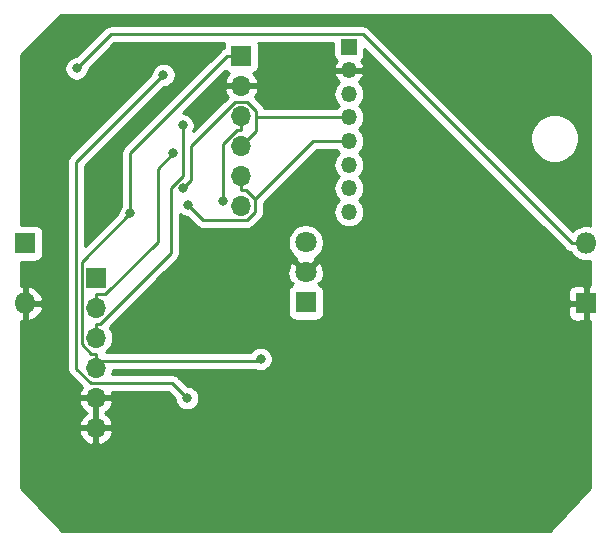
<source format=gbr>
G04 #@! TF.GenerationSoftware,KiCad,Pcbnew,(5.1.4)-1*
G04 #@! TF.CreationDate,2019-09-20T08:24:21+02:00*
G04 #@! TF.ProjectId,hb-rc-2-pbu-led,68622d72-632d-4322-9d70-62752d6c6564,rev?*
G04 #@! TF.SameCoordinates,Original*
G04 #@! TF.FileFunction,Copper,L2,Bot*
G04 #@! TF.FilePolarity,Positive*
%FSLAX46Y46*%
G04 Gerber Fmt 4.6, Leading zero omitted, Abs format (unit mm)*
G04 Created by KiCad (PCBNEW (5.1.4)-1) date 2019-09-20 08:24:21*
%MOMM*%
%LPD*%
G04 APERTURE LIST*
%ADD10O,1.800000X1.800000*%
%ADD11R,1.800000X1.800000*%
%ADD12O,1.700000X1.700000*%
%ADD13R,1.700000X1.700000*%
%ADD14O,1.350000X1.350000*%
%ADD15R,1.350000X1.350000*%
%ADD16C,1.800000*%
%ADD17C,0.800000*%
%ADD18C,0.250000*%
%ADD19C,0.254000*%
G04 APERTURE END LIST*
D10*
X125984000Y-73025000D03*
D11*
X125984000Y-78105000D03*
D10*
X78486000Y-78105000D03*
D11*
X78486000Y-73025000D03*
D12*
X96774000Y-69850000D03*
X96774000Y-67310000D03*
X96774000Y-64770000D03*
X96774000Y-62230000D03*
X96774000Y-59690000D03*
D13*
X96774000Y-57150000D03*
D12*
X84455000Y-88646000D03*
X84455000Y-86106000D03*
X84455000Y-83566000D03*
X84455000Y-81026000D03*
X84455000Y-78486000D03*
D13*
X84455000Y-75946000D03*
D14*
X105893000Y-70362600D03*
X105893000Y-68362600D03*
X105893000Y-66362600D03*
X105893000Y-64362600D03*
X105893000Y-62362600D03*
X105893000Y-60362600D03*
X105893000Y-58362600D03*
D15*
X105893000Y-56362600D03*
D16*
X102235000Y-72948800D03*
X102235000Y-75488800D03*
D11*
X102235000Y-78028800D03*
D17*
X84912200Y-66573400D03*
X89027000Y-62255400D03*
X92100400Y-58597800D03*
X86893400Y-58242200D03*
X108280200Y-54102000D03*
X110972600Y-66827400D03*
X119862600Y-57937400D03*
X105740200Y-83413600D03*
X93853000Y-76200000D03*
X98409700Y-82815900D03*
X87399100Y-70481500D03*
X92235200Y-69753600D03*
X91854100Y-68301400D03*
X95205000Y-69426300D03*
X90191100Y-58752900D03*
X92203800Y-86140200D03*
X91811200Y-63031700D03*
X90993400Y-65409500D03*
X82840300Y-58210800D03*
D18*
X84455000Y-82978300D02*
X98247300Y-82978300D01*
X98247300Y-82978300D02*
X98409700Y-82815900D01*
X84455000Y-82978300D02*
X84455000Y-82390700D01*
X84455000Y-83566000D02*
X84455000Y-82978300D01*
X96774000Y-57150000D02*
X95598700Y-57150000D01*
X95598700Y-57150000D02*
X87399100Y-65349600D01*
X87399100Y-65349600D02*
X87399100Y-70481500D01*
X87399100Y-70481500D02*
X83279700Y-74600900D01*
X83279700Y-74600900D02*
X83279700Y-81582800D01*
X83279700Y-81582800D02*
X84087600Y-82390700D01*
X84087600Y-82390700D02*
X84455000Y-82390700D01*
X97949300Y-69293200D02*
X97949300Y-70370900D01*
X97949300Y-70370900D02*
X97278200Y-71042000D01*
X97278200Y-71042000D02*
X93523600Y-71042000D01*
X93523600Y-71042000D02*
X92235200Y-69753600D01*
X96774000Y-68485300D02*
X97141400Y-68485300D01*
X97141400Y-68485300D02*
X97949300Y-69293200D01*
X105893000Y-64362600D02*
X102879900Y-64362600D01*
X102879900Y-64362600D02*
X97949300Y-69293200D01*
X96774000Y-67310000D02*
X96774000Y-68485300D01*
X98015500Y-62362600D02*
X98015500Y-63528500D01*
X98015500Y-63528500D02*
X96774000Y-64770000D01*
X104892700Y-62362600D02*
X98015500Y-62362600D01*
X98015500Y-62362600D02*
X98015500Y-61788100D01*
X98015500Y-61788100D02*
X97277100Y-61049700D01*
X97277100Y-61049700D02*
X96273900Y-61049700D01*
X96273900Y-61049700D02*
X92510000Y-64813600D01*
X92510000Y-64813600D02*
X92510000Y-67645500D01*
X92510000Y-67645500D02*
X91854100Y-68301400D01*
X105893000Y-62362600D02*
X104892700Y-62362600D01*
X96774000Y-62230000D02*
X96774000Y-63405300D01*
X96774000Y-63405300D02*
X96406700Y-63405300D01*
X96406700Y-63405300D02*
X95205000Y-64607000D01*
X95205000Y-64607000D02*
X95205000Y-69426300D01*
X92203800Y-86140200D02*
X90899600Y-84836000D01*
X90899600Y-84836000D02*
X84015600Y-84836000D01*
X84015600Y-84836000D02*
X82816900Y-83637300D01*
X82816900Y-83637300D02*
X82816900Y-66127100D01*
X82816900Y-66127100D02*
X90191100Y-58752900D01*
X91811200Y-63031700D02*
X91811200Y-67318600D01*
X91811200Y-67318600D02*
X90792300Y-68337500D01*
X90792300Y-68337500D02*
X90792300Y-73880700D01*
X90792300Y-73880700D02*
X84822300Y-79850700D01*
X84822300Y-79850700D02*
X84455000Y-79850700D01*
X84455000Y-81026000D02*
X84455000Y-79850700D01*
X84455000Y-78486000D02*
X84455000Y-77310700D01*
X84455000Y-77310700D02*
X85263000Y-77310700D01*
X85263000Y-77310700D02*
X89695800Y-72877900D01*
X89695800Y-72877900D02*
X89695800Y-66707100D01*
X89695800Y-66707100D02*
X90993400Y-65409500D01*
X125984000Y-73025000D02*
X124758700Y-73025000D01*
X124758700Y-73025000D02*
X107071800Y-55338100D01*
X107071800Y-55338100D02*
X85713000Y-55338100D01*
X85713000Y-55338100D02*
X82840300Y-58210800D01*
D19*
G36*
X126340000Y-57083381D02*
G01*
X126340000Y-71528921D01*
X126284913Y-71512210D01*
X126059408Y-71490000D01*
X125908592Y-71490000D01*
X125683087Y-71512210D01*
X125393739Y-71599983D01*
X125127073Y-71742519D01*
X124893339Y-71934339D01*
X124825501Y-72016999D01*
X116733596Y-63925094D01*
X121238508Y-63925094D01*
X121238508Y-64333386D01*
X121318162Y-64733834D01*
X121474409Y-65111047D01*
X121701244Y-65450530D01*
X121989950Y-65739236D01*
X122329433Y-65966071D01*
X122706646Y-66122318D01*
X123107094Y-66201972D01*
X123515386Y-66201972D01*
X123915834Y-66122318D01*
X124293047Y-65966071D01*
X124632530Y-65739236D01*
X124921236Y-65450530D01*
X125148071Y-65111047D01*
X125304318Y-64733834D01*
X125383972Y-64333386D01*
X125383972Y-63925094D01*
X125304318Y-63524646D01*
X125148071Y-63147433D01*
X124921236Y-62807950D01*
X124632530Y-62519244D01*
X124293047Y-62292409D01*
X123915834Y-62136162D01*
X123515386Y-62056508D01*
X123107094Y-62056508D01*
X122706646Y-62136162D01*
X122329433Y-62292409D01*
X121989950Y-62519244D01*
X121701244Y-62807950D01*
X121474409Y-63147433D01*
X121318162Y-63524646D01*
X121238508Y-63925094D01*
X116733596Y-63925094D01*
X107635604Y-54827103D01*
X107611801Y-54798099D01*
X107496076Y-54703126D01*
X107364047Y-54632554D01*
X107220786Y-54589097D01*
X107109133Y-54578100D01*
X107109122Y-54578100D01*
X107071800Y-54574424D01*
X107034478Y-54578100D01*
X85750322Y-54578100D01*
X85712999Y-54574424D01*
X85675676Y-54578100D01*
X85675667Y-54578100D01*
X85564014Y-54589097D01*
X85420753Y-54632554D01*
X85288724Y-54703126D01*
X85172999Y-54798099D01*
X85149201Y-54827097D01*
X82800499Y-57175800D01*
X82738361Y-57175800D01*
X82538402Y-57215574D01*
X82350044Y-57293595D01*
X82180526Y-57406863D01*
X82036363Y-57551026D01*
X81923095Y-57720544D01*
X81845074Y-57908902D01*
X81805300Y-58108861D01*
X81805300Y-58312739D01*
X81845074Y-58512698D01*
X81923095Y-58701056D01*
X82036363Y-58870574D01*
X82180526Y-59014737D01*
X82350044Y-59128005D01*
X82538402Y-59206026D01*
X82738361Y-59245800D01*
X82942239Y-59245800D01*
X83142198Y-59206026D01*
X83330556Y-59128005D01*
X83500074Y-59014737D01*
X83644237Y-58870574D01*
X83757505Y-58701056D01*
X83835526Y-58512698D01*
X83875300Y-58312739D01*
X83875300Y-58250601D01*
X86027802Y-56098100D01*
X95321672Y-56098100D01*
X95298188Y-56175518D01*
X95285928Y-56300000D01*
X95285928Y-56455425D01*
X95174424Y-56515026D01*
X95058699Y-56609999D01*
X95034901Y-56638997D01*
X86888103Y-64785796D01*
X86859099Y-64809599D01*
X86810823Y-64868424D01*
X86764126Y-64925324D01*
X86707493Y-65031276D01*
X86693554Y-65057354D01*
X86650097Y-65200615D01*
X86639100Y-65312268D01*
X86639100Y-65312278D01*
X86635424Y-65349600D01*
X86639100Y-65386923D01*
X86639101Y-69777788D01*
X86595163Y-69821726D01*
X86481895Y-69991244D01*
X86403874Y-70179602D01*
X86364100Y-70379561D01*
X86364100Y-70441698D01*
X83576900Y-73228899D01*
X83576900Y-66441901D01*
X90230902Y-59787900D01*
X90293039Y-59787900D01*
X90492998Y-59748126D01*
X90681356Y-59670105D01*
X90850874Y-59556837D01*
X90995037Y-59412674D01*
X91108305Y-59243156D01*
X91186326Y-59054798D01*
X91226100Y-58854839D01*
X91226100Y-58650961D01*
X91186326Y-58451002D01*
X91108305Y-58262644D01*
X90995037Y-58093126D01*
X90850874Y-57948963D01*
X90681356Y-57835695D01*
X90492998Y-57757674D01*
X90293039Y-57717900D01*
X90089161Y-57717900D01*
X89889202Y-57757674D01*
X89700844Y-57835695D01*
X89531326Y-57948963D01*
X89387163Y-58093126D01*
X89273895Y-58262644D01*
X89195874Y-58451002D01*
X89156100Y-58650961D01*
X89156100Y-58713098D01*
X82305898Y-65563301D01*
X82276900Y-65587099D01*
X82253102Y-65616097D01*
X82253101Y-65616098D01*
X82181926Y-65702824D01*
X82111354Y-65834854D01*
X82067898Y-65978115D01*
X82053224Y-66127100D01*
X82056901Y-66164433D01*
X82056900Y-83599978D01*
X82053224Y-83637300D01*
X82056900Y-83674622D01*
X82056900Y-83674632D01*
X82067897Y-83786285D01*
X82111354Y-83929546D01*
X82181926Y-84061576D01*
X82190747Y-84072324D01*
X82276899Y-84177301D01*
X82305903Y-84201104D01*
X83294660Y-85189862D01*
X83183359Y-85339080D01*
X83058175Y-85601901D01*
X83013524Y-85749110D01*
X83134845Y-85979000D01*
X84328000Y-85979000D01*
X84328000Y-85959000D01*
X84582000Y-85959000D01*
X84582000Y-85979000D01*
X85775155Y-85979000D01*
X85896476Y-85749110D01*
X85851825Y-85601901D01*
X85849014Y-85596000D01*
X90584799Y-85596000D01*
X91168800Y-86180002D01*
X91168800Y-86242139D01*
X91208574Y-86442098D01*
X91286595Y-86630456D01*
X91399863Y-86799974D01*
X91544026Y-86944137D01*
X91713544Y-87057405D01*
X91901902Y-87135426D01*
X92101861Y-87175200D01*
X92305739Y-87175200D01*
X92505698Y-87135426D01*
X92694056Y-87057405D01*
X92863574Y-86944137D01*
X93007737Y-86799974D01*
X93121005Y-86630456D01*
X93199026Y-86442098D01*
X93238800Y-86242139D01*
X93238800Y-86038261D01*
X93199026Y-85838302D01*
X93121005Y-85649944D01*
X93007737Y-85480426D01*
X92863574Y-85336263D01*
X92694056Y-85222995D01*
X92505698Y-85144974D01*
X92305739Y-85105200D01*
X92243602Y-85105200D01*
X91463404Y-84325003D01*
X91439601Y-84295999D01*
X91323876Y-84201026D01*
X91191847Y-84130454D01*
X91048586Y-84086997D01*
X90936933Y-84076000D01*
X90936922Y-84076000D01*
X90899600Y-84072324D01*
X90862278Y-84076000D01*
X85852114Y-84076000D01*
X85918513Y-83857111D01*
X85930215Y-83738300D01*
X97931986Y-83738300D01*
X98107802Y-83811126D01*
X98307761Y-83850900D01*
X98511639Y-83850900D01*
X98711598Y-83811126D01*
X98899956Y-83733105D01*
X99069474Y-83619837D01*
X99213637Y-83475674D01*
X99326905Y-83306156D01*
X99404926Y-83117798D01*
X99444700Y-82917839D01*
X99444700Y-82713961D01*
X99404926Y-82514002D01*
X99326905Y-82325644D01*
X99213637Y-82156126D01*
X99069474Y-82011963D01*
X98899956Y-81898695D01*
X98711598Y-81820674D01*
X98511639Y-81780900D01*
X98307761Y-81780900D01*
X98107802Y-81820674D01*
X97919444Y-81898695D01*
X97749926Y-82011963D01*
X97605763Y-82156126D01*
X97564220Y-82218300D01*
X85342997Y-82218300D01*
X85510134Y-82081134D01*
X85695706Y-81855014D01*
X85833599Y-81597034D01*
X85918513Y-81317111D01*
X85947185Y-81026000D01*
X85918513Y-80734889D01*
X85833599Y-80454966D01*
X85695706Y-80196986D01*
X85630396Y-80117405D01*
X90192448Y-75555353D01*
X100694009Y-75555353D01*
X100736603Y-75854707D01*
X100836778Y-76139999D01*
X100916739Y-76289592D01*
X101170918Y-76373274D01*
X101054970Y-76489222D01*
X101101735Y-76535987D01*
X101090820Y-76539298D01*
X100980506Y-76598263D01*
X100883815Y-76677615D01*
X100804463Y-76774306D01*
X100745498Y-76884620D01*
X100709188Y-77004318D01*
X100696928Y-77128800D01*
X100696928Y-78928800D01*
X100709188Y-79053282D01*
X100745498Y-79172980D01*
X100804463Y-79283294D01*
X100883815Y-79379985D01*
X100980506Y-79459337D01*
X101090820Y-79518302D01*
X101210518Y-79554612D01*
X101335000Y-79566872D01*
X103135000Y-79566872D01*
X103259482Y-79554612D01*
X103379180Y-79518302D01*
X103489494Y-79459337D01*
X103586185Y-79379985D01*
X103665537Y-79283294D01*
X103724502Y-79172980D01*
X103760812Y-79053282D01*
X103765567Y-79005000D01*
X124445928Y-79005000D01*
X124458188Y-79129482D01*
X124494498Y-79249180D01*
X124553463Y-79359494D01*
X124632815Y-79456185D01*
X124729506Y-79535537D01*
X124839820Y-79594502D01*
X124959518Y-79630812D01*
X125084000Y-79643072D01*
X125698250Y-79640000D01*
X125857000Y-79481250D01*
X125857000Y-78232000D01*
X124607750Y-78232000D01*
X124449000Y-78390750D01*
X124445928Y-79005000D01*
X103765567Y-79005000D01*
X103773072Y-78928800D01*
X103773072Y-77205000D01*
X124445928Y-77205000D01*
X124449000Y-77819250D01*
X124607750Y-77978000D01*
X125857000Y-77978000D01*
X125857000Y-76728750D01*
X125698250Y-76570000D01*
X125084000Y-76566928D01*
X124959518Y-76579188D01*
X124839820Y-76615498D01*
X124729506Y-76674463D01*
X124632815Y-76753815D01*
X124553463Y-76850506D01*
X124494498Y-76960820D01*
X124458188Y-77080518D01*
X124445928Y-77205000D01*
X103773072Y-77205000D01*
X103773072Y-77128800D01*
X103760812Y-77004318D01*
X103724502Y-76884620D01*
X103665537Y-76774306D01*
X103586185Y-76677615D01*
X103489494Y-76598263D01*
X103379180Y-76539298D01*
X103368265Y-76535987D01*
X103415030Y-76489222D01*
X103299082Y-76373274D01*
X103553261Y-76289592D01*
X103684158Y-76017025D01*
X103759365Y-75724158D01*
X103775991Y-75422247D01*
X103733397Y-75122893D01*
X103633222Y-74837601D01*
X103553261Y-74688008D01*
X103299080Y-74604325D01*
X102414605Y-75488800D01*
X102428748Y-75502943D01*
X102249143Y-75682548D01*
X102235000Y-75668405D01*
X102220858Y-75682548D01*
X102041253Y-75502943D01*
X102055395Y-75488800D01*
X101170920Y-74604325D01*
X100916739Y-74688008D01*
X100785842Y-74960575D01*
X100710635Y-75253442D01*
X100694009Y-75555353D01*
X90192448Y-75555353D01*
X91303303Y-74444499D01*
X91332301Y-74420701D01*
X91368834Y-74376185D01*
X91427274Y-74304977D01*
X91497846Y-74172947D01*
X91515223Y-74115661D01*
X91541303Y-74029686D01*
X91552300Y-73918033D01*
X91552300Y-73918023D01*
X91555976Y-73880700D01*
X91552300Y-73843377D01*
X91552300Y-72797616D01*
X100700000Y-72797616D01*
X100700000Y-73099984D01*
X100758989Y-73396543D01*
X100874701Y-73675895D01*
X101042688Y-73927305D01*
X101256495Y-74141112D01*
X101410105Y-74243751D01*
X101350525Y-74424720D01*
X102235000Y-75309195D01*
X103119475Y-74424720D01*
X103059895Y-74243751D01*
X103213505Y-74141112D01*
X103427312Y-73927305D01*
X103595299Y-73675895D01*
X103711011Y-73396543D01*
X103770000Y-73099984D01*
X103770000Y-72797616D01*
X103711011Y-72501057D01*
X103595299Y-72221705D01*
X103427312Y-71970295D01*
X103213505Y-71756488D01*
X102962095Y-71588501D01*
X102682743Y-71472789D01*
X102386184Y-71413800D01*
X102083816Y-71413800D01*
X101787257Y-71472789D01*
X101507905Y-71588501D01*
X101256495Y-71756488D01*
X101042688Y-71970295D01*
X100874701Y-72221705D01*
X100758989Y-72501057D01*
X100700000Y-72797616D01*
X91552300Y-72797616D01*
X91552300Y-70534411D01*
X91575426Y-70557537D01*
X91744944Y-70670805D01*
X91933302Y-70748826D01*
X92133261Y-70788600D01*
X92195399Y-70788600D01*
X92959801Y-71553003D01*
X92983599Y-71582001D01*
X93099324Y-71676974D01*
X93231353Y-71747546D01*
X93374614Y-71791003D01*
X93486267Y-71802000D01*
X93486275Y-71802000D01*
X93523600Y-71805676D01*
X93560925Y-71802000D01*
X97240878Y-71802000D01*
X97278200Y-71805676D01*
X97315522Y-71802000D01*
X97315533Y-71802000D01*
X97427186Y-71791003D01*
X97570447Y-71747546D01*
X97702476Y-71676974D01*
X97818201Y-71582001D01*
X97842003Y-71552998D01*
X98460302Y-70934700D01*
X98489301Y-70910901D01*
X98584274Y-70795176D01*
X98654846Y-70663147D01*
X98698303Y-70519886D01*
X98709300Y-70408233D01*
X98709300Y-70408225D01*
X98712976Y-70370900D01*
X98709300Y-70333575D01*
X98709300Y-69608001D01*
X103194703Y-65122600D01*
X104822044Y-65122600D01*
X104962208Y-65293392D01*
X105046539Y-65362600D01*
X104962208Y-65431808D01*
X104798505Y-65631282D01*
X104676862Y-65858859D01*
X104601955Y-66105795D01*
X104576662Y-66362600D01*
X104601955Y-66619405D01*
X104676862Y-66866341D01*
X104798505Y-67093918D01*
X104962208Y-67293392D01*
X105046539Y-67362600D01*
X104962208Y-67431808D01*
X104798505Y-67631282D01*
X104676862Y-67858859D01*
X104601955Y-68105795D01*
X104576662Y-68362600D01*
X104601955Y-68619405D01*
X104676862Y-68866341D01*
X104798505Y-69093918D01*
X104962208Y-69293392D01*
X105046539Y-69362600D01*
X104962208Y-69431808D01*
X104798505Y-69631282D01*
X104676862Y-69858859D01*
X104601955Y-70105795D01*
X104576662Y-70362600D01*
X104601955Y-70619405D01*
X104676862Y-70866341D01*
X104798505Y-71093918D01*
X104962208Y-71293392D01*
X105161682Y-71457095D01*
X105389259Y-71578738D01*
X105636195Y-71653645D01*
X105828649Y-71672600D01*
X105957351Y-71672600D01*
X106149805Y-71653645D01*
X106396741Y-71578738D01*
X106624318Y-71457095D01*
X106823792Y-71293392D01*
X106987495Y-71093918D01*
X107109138Y-70866341D01*
X107184045Y-70619405D01*
X107209338Y-70362600D01*
X107184045Y-70105795D01*
X107109138Y-69858859D01*
X106987495Y-69631282D01*
X106823792Y-69431808D01*
X106739461Y-69362600D01*
X106823792Y-69293392D01*
X106987495Y-69093918D01*
X107109138Y-68866341D01*
X107184045Y-68619405D01*
X107209338Y-68362600D01*
X107184045Y-68105795D01*
X107109138Y-67858859D01*
X106987495Y-67631282D01*
X106823792Y-67431808D01*
X106739461Y-67362600D01*
X106823792Y-67293392D01*
X106987495Y-67093918D01*
X107109138Y-66866341D01*
X107184045Y-66619405D01*
X107209338Y-66362600D01*
X107184045Y-66105795D01*
X107109138Y-65858859D01*
X106987495Y-65631282D01*
X106823792Y-65431808D01*
X106739461Y-65362600D01*
X106823792Y-65293392D01*
X106987495Y-65093918D01*
X107109138Y-64866341D01*
X107184045Y-64619405D01*
X107209338Y-64362600D01*
X107184045Y-64105795D01*
X107109138Y-63858859D01*
X106987495Y-63631282D01*
X106823792Y-63431808D01*
X106739461Y-63362600D01*
X106823792Y-63293392D01*
X106987495Y-63093918D01*
X107109138Y-62866341D01*
X107184045Y-62619405D01*
X107209338Y-62362600D01*
X107184045Y-62105795D01*
X107109138Y-61858859D01*
X106987495Y-61631282D01*
X106823792Y-61431808D01*
X106739461Y-61362600D01*
X106823792Y-61293392D01*
X106987495Y-61093918D01*
X107109138Y-60866341D01*
X107184045Y-60619405D01*
X107209338Y-60362600D01*
X107184045Y-60105795D01*
X107109138Y-59858859D01*
X106987495Y-59631282D01*
X106823792Y-59431808D01*
X106735352Y-59359228D01*
X106871303Y-59233827D01*
X107022473Y-59026229D01*
X107130238Y-58793128D01*
X107160910Y-58692000D01*
X107037224Y-58489600D01*
X106020000Y-58489600D01*
X106020000Y-58509600D01*
X105766000Y-58509600D01*
X105766000Y-58489600D01*
X104748776Y-58489600D01*
X104625090Y-58692000D01*
X104655762Y-58793128D01*
X104763527Y-59026229D01*
X104914697Y-59233827D01*
X105050648Y-59359228D01*
X104962208Y-59431808D01*
X104798505Y-59631282D01*
X104676862Y-59858859D01*
X104601955Y-60105795D01*
X104576662Y-60362600D01*
X104601955Y-60619405D01*
X104676862Y-60866341D01*
X104798505Y-61093918D01*
X104962208Y-61293392D01*
X105046539Y-61362600D01*
X104962208Y-61431808D01*
X104822044Y-61602600D01*
X98753427Y-61602600D01*
X98721046Y-61495853D01*
X98650474Y-61363824D01*
X98555501Y-61248099D01*
X98526502Y-61224301D01*
X97923232Y-60621031D01*
X98045641Y-60456920D01*
X98170825Y-60194099D01*
X98215476Y-60046890D01*
X98094155Y-59817000D01*
X96901000Y-59817000D01*
X96901000Y-59837000D01*
X96647000Y-59837000D01*
X96647000Y-59817000D01*
X95453845Y-59817000D01*
X95332524Y-60046890D01*
X95377175Y-60194099D01*
X95502359Y-60456920D01*
X95626049Y-60622748D01*
X92729510Y-63519289D01*
X92806426Y-63333598D01*
X92846200Y-63133639D01*
X92846200Y-62929761D01*
X92806426Y-62729802D01*
X92728405Y-62541444D01*
X92615137Y-62371926D01*
X92470974Y-62227763D01*
X92301456Y-62114495D01*
X92113098Y-62036474D01*
X91913139Y-61996700D01*
X91826801Y-61996700D01*
X95427515Y-58395987D01*
X95472815Y-58451185D01*
X95569506Y-58530537D01*
X95679820Y-58589502D01*
X95760466Y-58613966D01*
X95676412Y-58689731D01*
X95502359Y-58923080D01*
X95377175Y-59185901D01*
X95332524Y-59333110D01*
X95453845Y-59563000D01*
X96647000Y-59563000D01*
X96647000Y-59543000D01*
X96901000Y-59543000D01*
X96901000Y-59563000D01*
X98094155Y-59563000D01*
X98215476Y-59333110D01*
X98170825Y-59185901D01*
X98045641Y-58923080D01*
X97871588Y-58689731D01*
X97787534Y-58613966D01*
X97868180Y-58589502D01*
X97978494Y-58530537D01*
X98075185Y-58451185D01*
X98154537Y-58354494D01*
X98213502Y-58244180D01*
X98249812Y-58124482D01*
X98262072Y-58000000D01*
X98262072Y-56300000D01*
X98249812Y-56175518D01*
X98226328Y-56098100D01*
X104579928Y-56098100D01*
X104579928Y-57037600D01*
X104592188Y-57162082D01*
X104628498Y-57281780D01*
X104687463Y-57392094D01*
X104766815Y-57488785D01*
X104860559Y-57565719D01*
X104763527Y-57698971D01*
X104655762Y-57932072D01*
X104625090Y-58033200D01*
X104748776Y-58235600D01*
X105766000Y-58235600D01*
X105766000Y-58215600D01*
X106020000Y-58215600D01*
X106020000Y-58235600D01*
X107037224Y-58235600D01*
X107160910Y-58033200D01*
X107130238Y-57932072D01*
X107022473Y-57698971D01*
X106925441Y-57565719D01*
X107019185Y-57488785D01*
X107098537Y-57392094D01*
X107157502Y-57281780D01*
X107193812Y-57162082D01*
X107206072Y-57037600D01*
X107206072Y-56547173D01*
X124194901Y-73536003D01*
X124218699Y-73565001D01*
X124334424Y-73659974D01*
X124466453Y-73730546D01*
X124609714Y-73774003D01*
X124645728Y-73777550D01*
X124701519Y-73881927D01*
X124893339Y-74115661D01*
X125127073Y-74307481D01*
X125393739Y-74450017D01*
X125683087Y-74537790D01*
X125908592Y-74560000D01*
X126059408Y-74560000D01*
X126284913Y-74537790D01*
X126340000Y-74521079D01*
X126340001Y-76569649D01*
X126269750Y-76570000D01*
X126111000Y-76728750D01*
X126111000Y-77978000D01*
X126131000Y-77978000D01*
X126131000Y-78232000D01*
X126111000Y-78232000D01*
X126111000Y-79481250D01*
X126269750Y-79640000D01*
X126340001Y-79640351D01*
X126340001Y-93735975D01*
X122907168Y-97340000D01*
X81562833Y-97340000D01*
X78130000Y-93735977D01*
X78130000Y-89002890D01*
X83013524Y-89002890D01*
X83058175Y-89150099D01*
X83183359Y-89412920D01*
X83357412Y-89646269D01*
X83573645Y-89841178D01*
X83823748Y-89990157D01*
X84098109Y-90087481D01*
X84328000Y-89966814D01*
X84328000Y-88773000D01*
X84582000Y-88773000D01*
X84582000Y-89966814D01*
X84811891Y-90087481D01*
X85086252Y-89990157D01*
X85336355Y-89841178D01*
X85552588Y-89646269D01*
X85726641Y-89412920D01*
X85851825Y-89150099D01*
X85896476Y-89002890D01*
X85775155Y-88773000D01*
X84582000Y-88773000D01*
X84328000Y-88773000D01*
X83134845Y-88773000D01*
X83013524Y-89002890D01*
X78130000Y-89002890D01*
X78130000Y-86462890D01*
X83013524Y-86462890D01*
X83058175Y-86610099D01*
X83183359Y-86872920D01*
X83357412Y-87106269D01*
X83573645Y-87301178D01*
X83699255Y-87376000D01*
X83573645Y-87450822D01*
X83357412Y-87645731D01*
X83183359Y-87879080D01*
X83058175Y-88141901D01*
X83013524Y-88289110D01*
X83134845Y-88519000D01*
X84328000Y-88519000D01*
X84328000Y-86233000D01*
X84582000Y-86233000D01*
X84582000Y-88519000D01*
X85775155Y-88519000D01*
X85896476Y-88289110D01*
X85851825Y-88141901D01*
X85726641Y-87879080D01*
X85552588Y-87645731D01*
X85336355Y-87450822D01*
X85210745Y-87376000D01*
X85336355Y-87301178D01*
X85552588Y-87106269D01*
X85726641Y-86872920D01*
X85851825Y-86610099D01*
X85896476Y-86462890D01*
X85775155Y-86233000D01*
X84582000Y-86233000D01*
X84328000Y-86233000D01*
X83134845Y-86233000D01*
X83013524Y-86462890D01*
X78130000Y-86462890D01*
X78130000Y-79591600D01*
X78359000Y-79475378D01*
X78359000Y-78232000D01*
X78613000Y-78232000D01*
X78613000Y-79475378D01*
X78850740Y-79596036D01*
X79011107Y-79547394D01*
X79282414Y-79417236D01*
X79523116Y-79236649D01*
X79723962Y-79012573D01*
X79877234Y-78753620D01*
X79977041Y-78469741D01*
X79856992Y-78232000D01*
X78613000Y-78232000D01*
X78359000Y-78232000D01*
X78339000Y-78232000D01*
X78339000Y-77978000D01*
X78359000Y-77978000D01*
X78359000Y-76734622D01*
X78613000Y-76734622D01*
X78613000Y-77978000D01*
X79856992Y-77978000D01*
X79977041Y-77740259D01*
X79877234Y-77456380D01*
X79723962Y-77197427D01*
X79523116Y-76973351D01*
X79282414Y-76792764D01*
X79011107Y-76662606D01*
X78850740Y-76613964D01*
X78613000Y-76734622D01*
X78359000Y-76734622D01*
X78130000Y-76618400D01*
X78130000Y-74563072D01*
X79386000Y-74563072D01*
X79510482Y-74550812D01*
X79630180Y-74514502D01*
X79740494Y-74455537D01*
X79837185Y-74376185D01*
X79916537Y-74279494D01*
X79975502Y-74169180D01*
X80011812Y-74049482D01*
X80024072Y-73925000D01*
X80024072Y-72125000D01*
X80011812Y-72000518D01*
X79975502Y-71880820D01*
X79916537Y-71770506D01*
X79837185Y-71673815D01*
X79740494Y-71594463D01*
X79630180Y-71535498D01*
X79510482Y-71499188D01*
X79386000Y-71486928D01*
X78130000Y-71486928D01*
X78130000Y-57083380D01*
X81553381Y-53660000D01*
X122916620Y-53660000D01*
X126340000Y-57083381D01*
X126340000Y-57083381D01*
G37*
X126340000Y-57083381D02*
X126340000Y-71528921D01*
X126284913Y-71512210D01*
X126059408Y-71490000D01*
X125908592Y-71490000D01*
X125683087Y-71512210D01*
X125393739Y-71599983D01*
X125127073Y-71742519D01*
X124893339Y-71934339D01*
X124825501Y-72016999D01*
X116733596Y-63925094D01*
X121238508Y-63925094D01*
X121238508Y-64333386D01*
X121318162Y-64733834D01*
X121474409Y-65111047D01*
X121701244Y-65450530D01*
X121989950Y-65739236D01*
X122329433Y-65966071D01*
X122706646Y-66122318D01*
X123107094Y-66201972D01*
X123515386Y-66201972D01*
X123915834Y-66122318D01*
X124293047Y-65966071D01*
X124632530Y-65739236D01*
X124921236Y-65450530D01*
X125148071Y-65111047D01*
X125304318Y-64733834D01*
X125383972Y-64333386D01*
X125383972Y-63925094D01*
X125304318Y-63524646D01*
X125148071Y-63147433D01*
X124921236Y-62807950D01*
X124632530Y-62519244D01*
X124293047Y-62292409D01*
X123915834Y-62136162D01*
X123515386Y-62056508D01*
X123107094Y-62056508D01*
X122706646Y-62136162D01*
X122329433Y-62292409D01*
X121989950Y-62519244D01*
X121701244Y-62807950D01*
X121474409Y-63147433D01*
X121318162Y-63524646D01*
X121238508Y-63925094D01*
X116733596Y-63925094D01*
X107635604Y-54827103D01*
X107611801Y-54798099D01*
X107496076Y-54703126D01*
X107364047Y-54632554D01*
X107220786Y-54589097D01*
X107109133Y-54578100D01*
X107109122Y-54578100D01*
X107071800Y-54574424D01*
X107034478Y-54578100D01*
X85750322Y-54578100D01*
X85712999Y-54574424D01*
X85675676Y-54578100D01*
X85675667Y-54578100D01*
X85564014Y-54589097D01*
X85420753Y-54632554D01*
X85288724Y-54703126D01*
X85172999Y-54798099D01*
X85149201Y-54827097D01*
X82800499Y-57175800D01*
X82738361Y-57175800D01*
X82538402Y-57215574D01*
X82350044Y-57293595D01*
X82180526Y-57406863D01*
X82036363Y-57551026D01*
X81923095Y-57720544D01*
X81845074Y-57908902D01*
X81805300Y-58108861D01*
X81805300Y-58312739D01*
X81845074Y-58512698D01*
X81923095Y-58701056D01*
X82036363Y-58870574D01*
X82180526Y-59014737D01*
X82350044Y-59128005D01*
X82538402Y-59206026D01*
X82738361Y-59245800D01*
X82942239Y-59245800D01*
X83142198Y-59206026D01*
X83330556Y-59128005D01*
X83500074Y-59014737D01*
X83644237Y-58870574D01*
X83757505Y-58701056D01*
X83835526Y-58512698D01*
X83875300Y-58312739D01*
X83875300Y-58250601D01*
X86027802Y-56098100D01*
X95321672Y-56098100D01*
X95298188Y-56175518D01*
X95285928Y-56300000D01*
X95285928Y-56455425D01*
X95174424Y-56515026D01*
X95058699Y-56609999D01*
X95034901Y-56638997D01*
X86888103Y-64785796D01*
X86859099Y-64809599D01*
X86810823Y-64868424D01*
X86764126Y-64925324D01*
X86707493Y-65031276D01*
X86693554Y-65057354D01*
X86650097Y-65200615D01*
X86639100Y-65312268D01*
X86639100Y-65312278D01*
X86635424Y-65349600D01*
X86639100Y-65386923D01*
X86639101Y-69777788D01*
X86595163Y-69821726D01*
X86481895Y-69991244D01*
X86403874Y-70179602D01*
X86364100Y-70379561D01*
X86364100Y-70441698D01*
X83576900Y-73228899D01*
X83576900Y-66441901D01*
X90230902Y-59787900D01*
X90293039Y-59787900D01*
X90492998Y-59748126D01*
X90681356Y-59670105D01*
X90850874Y-59556837D01*
X90995037Y-59412674D01*
X91108305Y-59243156D01*
X91186326Y-59054798D01*
X91226100Y-58854839D01*
X91226100Y-58650961D01*
X91186326Y-58451002D01*
X91108305Y-58262644D01*
X90995037Y-58093126D01*
X90850874Y-57948963D01*
X90681356Y-57835695D01*
X90492998Y-57757674D01*
X90293039Y-57717900D01*
X90089161Y-57717900D01*
X89889202Y-57757674D01*
X89700844Y-57835695D01*
X89531326Y-57948963D01*
X89387163Y-58093126D01*
X89273895Y-58262644D01*
X89195874Y-58451002D01*
X89156100Y-58650961D01*
X89156100Y-58713098D01*
X82305898Y-65563301D01*
X82276900Y-65587099D01*
X82253102Y-65616097D01*
X82253101Y-65616098D01*
X82181926Y-65702824D01*
X82111354Y-65834854D01*
X82067898Y-65978115D01*
X82053224Y-66127100D01*
X82056901Y-66164433D01*
X82056900Y-83599978D01*
X82053224Y-83637300D01*
X82056900Y-83674622D01*
X82056900Y-83674632D01*
X82067897Y-83786285D01*
X82111354Y-83929546D01*
X82181926Y-84061576D01*
X82190747Y-84072324D01*
X82276899Y-84177301D01*
X82305903Y-84201104D01*
X83294660Y-85189862D01*
X83183359Y-85339080D01*
X83058175Y-85601901D01*
X83013524Y-85749110D01*
X83134845Y-85979000D01*
X84328000Y-85979000D01*
X84328000Y-85959000D01*
X84582000Y-85959000D01*
X84582000Y-85979000D01*
X85775155Y-85979000D01*
X85896476Y-85749110D01*
X85851825Y-85601901D01*
X85849014Y-85596000D01*
X90584799Y-85596000D01*
X91168800Y-86180002D01*
X91168800Y-86242139D01*
X91208574Y-86442098D01*
X91286595Y-86630456D01*
X91399863Y-86799974D01*
X91544026Y-86944137D01*
X91713544Y-87057405D01*
X91901902Y-87135426D01*
X92101861Y-87175200D01*
X92305739Y-87175200D01*
X92505698Y-87135426D01*
X92694056Y-87057405D01*
X92863574Y-86944137D01*
X93007737Y-86799974D01*
X93121005Y-86630456D01*
X93199026Y-86442098D01*
X93238800Y-86242139D01*
X93238800Y-86038261D01*
X93199026Y-85838302D01*
X93121005Y-85649944D01*
X93007737Y-85480426D01*
X92863574Y-85336263D01*
X92694056Y-85222995D01*
X92505698Y-85144974D01*
X92305739Y-85105200D01*
X92243602Y-85105200D01*
X91463404Y-84325003D01*
X91439601Y-84295999D01*
X91323876Y-84201026D01*
X91191847Y-84130454D01*
X91048586Y-84086997D01*
X90936933Y-84076000D01*
X90936922Y-84076000D01*
X90899600Y-84072324D01*
X90862278Y-84076000D01*
X85852114Y-84076000D01*
X85918513Y-83857111D01*
X85930215Y-83738300D01*
X97931986Y-83738300D01*
X98107802Y-83811126D01*
X98307761Y-83850900D01*
X98511639Y-83850900D01*
X98711598Y-83811126D01*
X98899956Y-83733105D01*
X99069474Y-83619837D01*
X99213637Y-83475674D01*
X99326905Y-83306156D01*
X99404926Y-83117798D01*
X99444700Y-82917839D01*
X99444700Y-82713961D01*
X99404926Y-82514002D01*
X99326905Y-82325644D01*
X99213637Y-82156126D01*
X99069474Y-82011963D01*
X98899956Y-81898695D01*
X98711598Y-81820674D01*
X98511639Y-81780900D01*
X98307761Y-81780900D01*
X98107802Y-81820674D01*
X97919444Y-81898695D01*
X97749926Y-82011963D01*
X97605763Y-82156126D01*
X97564220Y-82218300D01*
X85342997Y-82218300D01*
X85510134Y-82081134D01*
X85695706Y-81855014D01*
X85833599Y-81597034D01*
X85918513Y-81317111D01*
X85947185Y-81026000D01*
X85918513Y-80734889D01*
X85833599Y-80454966D01*
X85695706Y-80196986D01*
X85630396Y-80117405D01*
X90192448Y-75555353D01*
X100694009Y-75555353D01*
X100736603Y-75854707D01*
X100836778Y-76139999D01*
X100916739Y-76289592D01*
X101170918Y-76373274D01*
X101054970Y-76489222D01*
X101101735Y-76535987D01*
X101090820Y-76539298D01*
X100980506Y-76598263D01*
X100883815Y-76677615D01*
X100804463Y-76774306D01*
X100745498Y-76884620D01*
X100709188Y-77004318D01*
X100696928Y-77128800D01*
X100696928Y-78928800D01*
X100709188Y-79053282D01*
X100745498Y-79172980D01*
X100804463Y-79283294D01*
X100883815Y-79379985D01*
X100980506Y-79459337D01*
X101090820Y-79518302D01*
X101210518Y-79554612D01*
X101335000Y-79566872D01*
X103135000Y-79566872D01*
X103259482Y-79554612D01*
X103379180Y-79518302D01*
X103489494Y-79459337D01*
X103586185Y-79379985D01*
X103665537Y-79283294D01*
X103724502Y-79172980D01*
X103760812Y-79053282D01*
X103765567Y-79005000D01*
X124445928Y-79005000D01*
X124458188Y-79129482D01*
X124494498Y-79249180D01*
X124553463Y-79359494D01*
X124632815Y-79456185D01*
X124729506Y-79535537D01*
X124839820Y-79594502D01*
X124959518Y-79630812D01*
X125084000Y-79643072D01*
X125698250Y-79640000D01*
X125857000Y-79481250D01*
X125857000Y-78232000D01*
X124607750Y-78232000D01*
X124449000Y-78390750D01*
X124445928Y-79005000D01*
X103765567Y-79005000D01*
X103773072Y-78928800D01*
X103773072Y-77205000D01*
X124445928Y-77205000D01*
X124449000Y-77819250D01*
X124607750Y-77978000D01*
X125857000Y-77978000D01*
X125857000Y-76728750D01*
X125698250Y-76570000D01*
X125084000Y-76566928D01*
X124959518Y-76579188D01*
X124839820Y-76615498D01*
X124729506Y-76674463D01*
X124632815Y-76753815D01*
X124553463Y-76850506D01*
X124494498Y-76960820D01*
X124458188Y-77080518D01*
X124445928Y-77205000D01*
X103773072Y-77205000D01*
X103773072Y-77128800D01*
X103760812Y-77004318D01*
X103724502Y-76884620D01*
X103665537Y-76774306D01*
X103586185Y-76677615D01*
X103489494Y-76598263D01*
X103379180Y-76539298D01*
X103368265Y-76535987D01*
X103415030Y-76489222D01*
X103299082Y-76373274D01*
X103553261Y-76289592D01*
X103684158Y-76017025D01*
X103759365Y-75724158D01*
X103775991Y-75422247D01*
X103733397Y-75122893D01*
X103633222Y-74837601D01*
X103553261Y-74688008D01*
X103299080Y-74604325D01*
X102414605Y-75488800D01*
X102428748Y-75502943D01*
X102249143Y-75682548D01*
X102235000Y-75668405D01*
X102220858Y-75682548D01*
X102041253Y-75502943D01*
X102055395Y-75488800D01*
X101170920Y-74604325D01*
X100916739Y-74688008D01*
X100785842Y-74960575D01*
X100710635Y-75253442D01*
X100694009Y-75555353D01*
X90192448Y-75555353D01*
X91303303Y-74444499D01*
X91332301Y-74420701D01*
X91368834Y-74376185D01*
X91427274Y-74304977D01*
X91497846Y-74172947D01*
X91515223Y-74115661D01*
X91541303Y-74029686D01*
X91552300Y-73918033D01*
X91552300Y-73918023D01*
X91555976Y-73880700D01*
X91552300Y-73843377D01*
X91552300Y-72797616D01*
X100700000Y-72797616D01*
X100700000Y-73099984D01*
X100758989Y-73396543D01*
X100874701Y-73675895D01*
X101042688Y-73927305D01*
X101256495Y-74141112D01*
X101410105Y-74243751D01*
X101350525Y-74424720D01*
X102235000Y-75309195D01*
X103119475Y-74424720D01*
X103059895Y-74243751D01*
X103213505Y-74141112D01*
X103427312Y-73927305D01*
X103595299Y-73675895D01*
X103711011Y-73396543D01*
X103770000Y-73099984D01*
X103770000Y-72797616D01*
X103711011Y-72501057D01*
X103595299Y-72221705D01*
X103427312Y-71970295D01*
X103213505Y-71756488D01*
X102962095Y-71588501D01*
X102682743Y-71472789D01*
X102386184Y-71413800D01*
X102083816Y-71413800D01*
X101787257Y-71472789D01*
X101507905Y-71588501D01*
X101256495Y-71756488D01*
X101042688Y-71970295D01*
X100874701Y-72221705D01*
X100758989Y-72501057D01*
X100700000Y-72797616D01*
X91552300Y-72797616D01*
X91552300Y-70534411D01*
X91575426Y-70557537D01*
X91744944Y-70670805D01*
X91933302Y-70748826D01*
X92133261Y-70788600D01*
X92195399Y-70788600D01*
X92959801Y-71553003D01*
X92983599Y-71582001D01*
X93099324Y-71676974D01*
X93231353Y-71747546D01*
X93374614Y-71791003D01*
X93486267Y-71802000D01*
X93486275Y-71802000D01*
X93523600Y-71805676D01*
X93560925Y-71802000D01*
X97240878Y-71802000D01*
X97278200Y-71805676D01*
X97315522Y-71802000D01*
X97315533Y-71802000D01*
X97427186Y-71791003D01*
X97570447Y-71747546D01*
X97702476Y-71676974D01*
X97818201Y-71582001D01*
X97842003Y-71552998D01*
X98460302Y-70934700D01*
X98489301Y-70910901D01*
X98584274Y-70795176D01*
X98654846Y-70663147D01*
X98698303Y-70519886D01*
X98709300Y-70408233D01*
X98709300Y-70408225D01*
X98712976Y-70370900D01*
X98709300Y-70333575D01*
X98709300Y-69608001D01*
X103194703Y-65122600D01*
X104822044Y-65122600D01*
X104962208Y-65293392D01*
X105046539Y-65362600D01*
X104962208Y-65431808D01*
X104798505Y-65631282D01*
X104676862Y-65858859D01*
X104601955Y-66105795D01*
X104576662Y-66362600D01*
X104601955Y-66619405D01*
X104676862Y-66866341D01*
X104798505Y-67093918D01*
X104962208Y-67293392D01*
X105046539Y-67362600D01*
X104962208Y-67431808D01*
X104798505Y-67631282D01*
X104676862Y-67858859D01*
X104601955Y-68105795D01*
X104576662Y-68362600D01*
X104601955Y-68619405D01*
X104676862Y-68866341D01*
X104798505Y-69093918D01*
X104962208Y-69293392D01*
X105046539Y-69362600D01*
X104962208Y-69431808D01*
X104798505Y-69631282D01*
X104676862Y-69858859D01*
X104601955Y-70105795D01*
X104576662Y-70362600D01*
X104601955Y-70619405D01*
X104676862Y-70866341D01*
X104798505Y-71093918D01*
X104962208Y-71293392D01*
X105161682Y-71457095D01*
X105389259Y-71578738D01*
X105636195Y-71653645D01*
X105828649Y-71672600D01*
X105957351Y-71672600D01*
X106149805Y-71653645D01*
X106396741Y-71578738D01*
X106624318Y-71457095D01*
X106823792Y-71293392D01*
X106987495Y-71093918D01*
X107109138Y-70866341D01*
X107184045Y-70619405D01*
X107209338Y-70362600D01*
X107184045Y-70105795D01*
X107109138Y-69858859D01*
X106987495Y-69631282D01*
X106823792Y-69431808D01*
X106739461Y-69362600D01*
X106823792Y-69293392D01*
X106987495Y-69093918D01*
X107109138Y-68866341D01*
X107184045Y-68619405D01*
X107209338Y-68362600D01*
X107184045Y-68105795D01*
X107109138Y-67858859D01*
X106987495Y-67631282D01*
X106823792Y-67431808D01*
X106739461Y-67362600D01*
X106823792Y-67293392D01*
X106987495Y-67093918D01*
X107109138Y-66866341D01*
X107184045Y-66619405D01*
X107209338Y-66362600D01*
X107184045Y-66105795D01*
X107109138Y-65858859D01*
X106987495Y-65631282D01*
X106823792Y-65431808D01*
X106739461Y-65362600D01*
X106823792Y-65293392D01*
X106987495Y-65093918D01*
X107109138Y-64866341D01*
X107184045Y-64619405D01*
X107209338Y-64362600D01*
X107184045Y-64105795D01*
X107109138Y-63858859D01*
X106987495Y-63631282D01*
X106823792Y-63431808D01*
X106739461Y-63362600D01*
X106823792Y-63293392D01*
X106987495Y-63093918D01*
X107109138Y-62866341D01*
X107184045Y-62619405D01*
X107209338Y-62362600D01*
X107184045Y-62105795D01*
X107109138Y-61858859D01*
X106987495Y-61631282D01*
X106823792Y-61431808D01*
X106739461Y-61362600D01*
X106823792Y-61293392D01*
X106987495Y-61093918D01*
X107109138Y-60866341D01*
X107184045Y-60619405D01*
X107209338Y-60362600D01*
X107184045Y-60105795D01*
X107109138Y-59858859D01*
X106987495Y-59631282D01*
X106823792Y-59431808D01*
X106735352Y-59359228D01*
X106871303Y-59233827D01*
X107022473Y-59026229D01*
X107130238Y-58793128D01*
X107160910Y-58692000D01*
X107037224Y-58489600D01*
X106020000Y-58489600D01*
X106020000Y-58509600D01*
X105766000Y-58509600D01*
X105766000Y-58489600D01*
X104748776Y-58489600D01*
X104625090Y-58692000D01*
X104655762Y-58793128D01*
X104763527Y-59026229D01*
X104914697Y-59233827D01*
X105050648Y-59359228D01*
X104962208Y-59431808D01*
X104798505Y-59631282D01*
X104676862Y-59858859D01*
X104601955Y-60105795D01*
X104576662Y-60362600D01*
X104601955Y-60619405D01*
X104676862Y-60866341D01*
X104798505Y-61093918D01*
X104962208Y-61293392D01*
X105046539Y-61362600D01*
X104962208Y-61431808D01*
X104822044Y-61602600D01*
X98753427Y-61602600D01*
X98721046Y-61495853D01*
X98650474Y-61363824D01*
X98555501Y-61248099D01*
X98526502Y-61224301D01*
X97923232Y-60621031D01*
X98045641Y-60456920D01*
X98170825Y-60194099D01*
X98215476Y-60046890D01*
X98094155Y-59817000D01*
X96901000Y-59817000D01*
X96901000Y-59837000D01*
X96647000Y-59837000D01*
X96647000Y-59817000D01*
X95453845Y-59817000D01*
X95332524Y-60046890D01*
X95377175Y-60194099D01*
X95502359Y-60456920D01*
X95626049Y-60622748D01*
X92729510Y-63519289D01*
X92806426Y-63333598D01*
X92846200Y-63133639D01*
X92846200Y-62929761D01*
X92806426Y-62729802D01*
X92728405Y-62541444D01*
X92615137Y-62371926D01*
X92470974Y-62227763D01*
X92301456Y-62114495D01*
X92113098Y-62036474D01*
X91913139Y-61996700D01*
X91826801Y-61996700D01*
X95427515Y-58395987D01*
X95472815Y-58451185D01*
X95569506Y-58530537D01*
X95679820Y-58589502D01*
X95760466Y-58613966D01*
X95676412Y-58689731D01*
X95502359Y-58923080D01*
X95377175Y-59185901D01*
X95332524Y-59333110D01*
X95453845Y-59563000D01*
X96647000Y-59563000D01*
X96647000Y-59543000D01*
X96901000Y-59543000D01*
X96901000Y-59563000D01*
X98094155Y-59563000D01*
X98215476Y-59333110D01*
X98170825Y-59185901D01*
X98045641Y-58923080D01*
X97871588Y-58689731D01*
X97787534Y-58613966D01*
X97868180Y-58589502D01*
X97978494Y-58530537D01*
X98075185Y-58451185D01*
X98154537Y-58354494D01*
X98213502Y-58244180D01*
X98249812Y-58124482D01*
X98262072Y-58000000D01*
X98262072Y-56300000D01*
X98249812Y-56175518D01*
X98226328Y-56098100D01*
X104579928Y-56098100D01*
X104579928Y-57037600D01*
X104592188Y-57162082D01*
X104628498Y-57281780D01*
X104687463Y-57392094D01*
X104766815Y-57488785D01*
X104860559Y-57565719D01*
X104763527Y-57698971D01*
X104655762Y-57932072D01*
X104625090Y-58033200D01*
X104748776Y-58235600D01*
X105766000Y-58235600D01*
X105766000Y-58215600D01*
X106020000Y-58215600D01*
X106020000Y-58235600D01*
X107037224Y-58235600D01*
X107160910Y-58033200D01*
X107130238Y-57932072D01*
X107022473Y-57698971D01*
X106925441Y-57565719D01*
X107019185Y-57488785D01*
X107098537Y-57392094D01*
X107157502Y-57281780D01*
X107193812Y-57162082D01*
X107206072Y-57037600D01*
X107206072Y-56547173D01*
X124194901Y-73536003D01*
X124218699Y-73565001D01*
X124334424Y-73659974D01*
X124466453Y-73730546D01*
X124609714Y-73774003D01*
X124645728Y-73777550D01*
X124701519Y-73881927D01*
X124893339Y-74115661D01*
X125127073Y-74307481D01*
X125393739Y-74450017D01*
X125683087Y-74537790D01*
X125908592Y-74560000D01*
X126059408Y-74560000D01*
X126284913Y-74537790D01*
X126340000Y-74521079D01*
X126340001Y-76569649D01*
X126269750Y-76570000D01*
X126111000Y-76728750D01*
X126111000Y-77978000D01*
X126131000Y-77978000D01*
X126131000Y-78232000D01*
X126111000Y-78232000D01*
X126111000Y-79481250D01*
X126269750Y-79640000D01*
X126340001Y-79640351D01*
X126340001Y-93735975D01*
X122907168Y-97340000D01*
X81562833Y-97340000D01*
X78130000Y-93735977D01*
X78130000Y-89002890D01*
X83013524Y-89002890D01*
X83058175Y-89150099D01*
X83183359Y-89412920D01*
X83357412Y-89646269D01*
X83573645Y-89841178D01*
X83823748Y-89990157D01*
X84098109Y-90087481D01*
X84328000Y-89966814D01*
X84328000Y-88773000D01*
X84582000Y-88773000D01*
X84582000Y-89966814D01*
X84811891Y-90087481D01*
X85086252Y-89990157D01*
X85336355Y-89841178D01*
X85552588Y-89646269D01*
X85726641Y-89412920D01*
X85851825Y-89150099D01*
X85896476Y-89002890D01*
X85775155Y-88773000D01*
X84582000Y-88773000D01*
X84328000Y-88773000D01*
X83134845Y-88773000D01*
X83013524Y-89002890D01*
X78130000Y-89002890D01*
X78130000Y-86462890D01*
X83013524Y-86462890D01*
X83058175Y-86610099D01*
X83183359Y-86872920D01*
X83357412Y-87106269D01*
X83573645Y-87301178D01*
X83699255Y-87376000D01*
X83573645Y-87450822D01*
X83357412Y-87645731D01*
X83183359Y-87879080D01*
X83058175Y-88141901D01*
X83013524Y-88289110D01*
X83134845Y-88519000D01*
X84328000Y-88519000D01*
X84328000Y-86233000D01*
X84582000Y-86233000D01*
X84582000Y-88519000D01*
X85775155Y-88519000D01*
X85896476Y-88289110D01*
X85851825Y-88141901D01*
X85726641Y-87879080D01*
X85552588Y-87645731D01*
X85336355Y-87450822D01*
X85210745Y-87376000D01*
X85336355Y-87301178D01*
X85552588Y-87106269D01*
X85726641Y-86872920D01*
X85851825Y-86610099D01*
X85896476Y-86462890D01*
X85775155Y-86233000D01*
X84582000Y-86233000D01*
X84328000Y-86233000D01*
X83134845Y-86233000D01*
X83013524Y-86462890D01*
X78130000Y-86462890D01*
X78130000Y-79591600D01*
X78359000Y-79475378D01*
X78359000Y-78232000D01*
X78613000Y-78232000D01*
X78613000Y-79475378D01*
X78850740Y-79596036D01*
X79011107Y-79547394D01*
X79282414Y-79417236D01*
X79523116Y-79236649D01*
X79723962Y-79012573D01*
X79877234Y-78753620D01*
X79977041Y-78469741D01*
X79856992Y-78232000D01*
X78613000Y-78232000D01*
X78359000Y-78232000D01*
X78339000Y-78232000D01*
X78339000Y-77978000D01*
X78359000Y-77978000D01*
X78359000Y-76734622D01*
X78613000Y-76734622D01*
X78613000Y-77978000D01*
X79856992Y-77978000D01*
X79977041Y-77740259D01*
X79877234Y-77456380D01*
X79723962Y-77197427D01*
X79523116Y-76973351D01*
X79282414Y-76792764D01*
X79011107Y-76662606D01*
X78850740Y-76613964D01*
X78613000Y-76734622D01*
X78359000Y-76734622D01*
X78130000Y-76618400D01*
X78130000Y-74563072D01*
X79386000Y-74563072D01*
X79510482Y-74550812D01*
X79630180Y-74514502D01*
X79740494Y-74455537D01*
X79837185Y-74376185D01*
X79916537Y-74279494D01*
X79975502Y-74169180D01*
X80011812Y-74049482D01*
X80024072Y-73925000D01*
X80024072Y-72125000D01*
X80011812Y-72000518D01*
X79975502Y-71880820D01*
X79916537Y-71770506D01*
X79837185Y-71673815D01*
X79740494Y-71594463D01*
X79630180Y-71535498D01*
X79510482Y-71499188D01*
X79386000Y-71486928D01*
X78130000Y-71486928D01*
X78130000Y-57083380D01*
X81553381Y-53660000D01*
X122916620Y-53660000D01*
X126340000Y-57083381D01*
M02*

</source>
